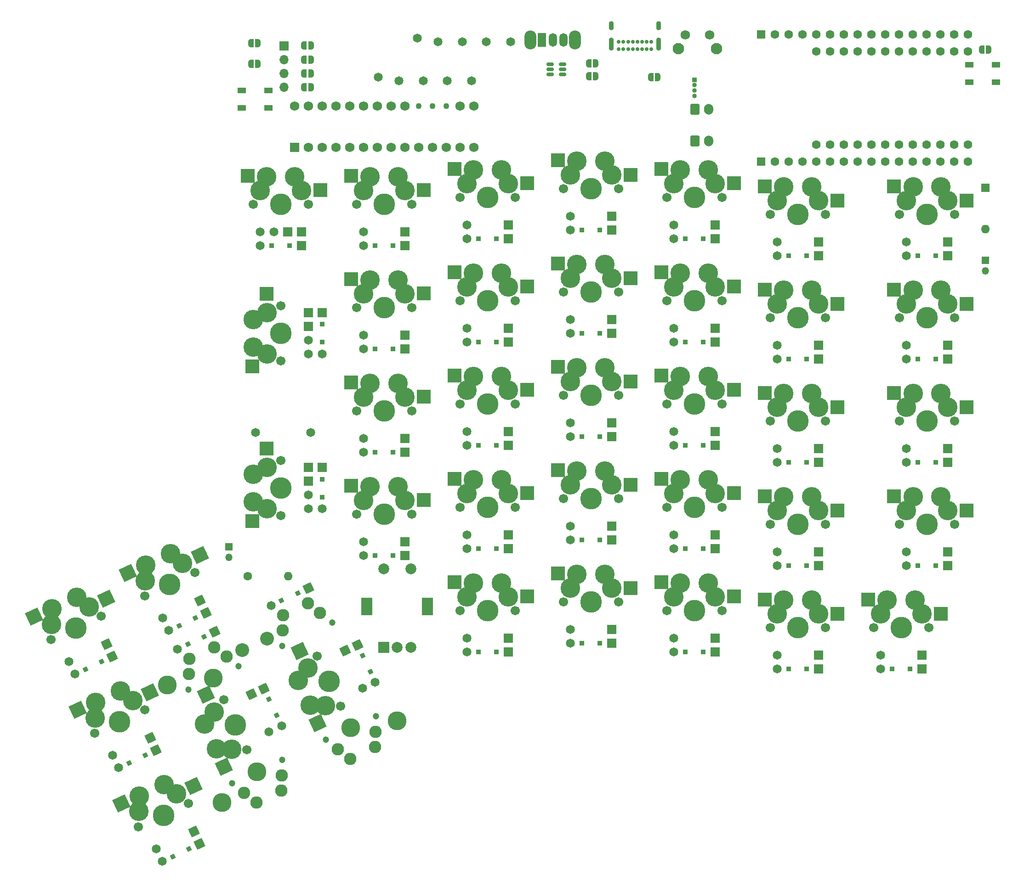
<source format=gbs>
%TF.GenerationSoftware,KiCad,Pcbnew,(6.0.7)*%
%TF.CreationDate,2022-12-29T21:07:00-06:00*%
%TF.ProjectId,ErgoDOX,4572676f-444f-4582-9e6b-696361645f70,rev?*%
%TF.SameCoordinates,Original*%
%TF.FileFunction,Soldermask,Bot*%
%TF.FilePolarity,Negative*%
%FSLAX46Y46*%
G04 Gerber Fmt 4.6, Leading zero omitted, Abs format (unit mm)*
G04 Created by KiCad (PCBNEW (6.0.7)) date 2022-12-29 21:07:00*
%MOMM*%
%LPD*%
G01*
G04 APERTURE LIST*
G04 Aperture macros list*
%AMRoundRect*
0 Rectangle with rounded corners*
0 $1 Rounding radius*
0 $2 $3 $4 $5 $6 $7 $8 $9 X,Y pos of 4 corners*
0 Add a 4 corners polygon primitive as box body*
4,1,4,$2,$3,$4,$5,$6,$7,$8,$9,$2,$3,0*
0 Add four circle primitives for the rounded corners*
1,1,$1+$1,$2,$3*
1,1,$1+$1,$4,$5*
1,1,$1+$1,$6,$7*
1,1,$1+$1,$8,$9*
0 Add four rect primitives between the rounded corners*
20,1,$1+$1,$2,$3,$4,$5,0*
20,1,$1+$1,$4,$5,$6,$7,0*
20,1,$1+$1,$6,$7,$8,$9,0*
20,1,$1+$1,$8,$9,$2,$3,0*%
%AMRotRect*
0 Rectangle, with rotation*
0 The origin of the aperture is its center*
0 $1 length*
0 $2 width*
0 $3 Rotation angle, in degrees counterclockwise*
0 Add horizontal line*
21,1,$1,$2,0,0,$3*%
%AMFreePoly0*
4,1,22,0.500000,-0.750000,0.000000,-0.750000,0.000000,-0.745033,-0.079941,-0.743568,-0.215256,-0.701293,-0.333266,-0.622738,-0.424486,-0.514219,-0.481581,-0.384460,-0.499164,-0.250000,-0.500000,-0.250000,-0.500000,0.250000,-0.499164,0.250000,-0.499963,0.256109,-0.478152,0.396186,-0.417904,0.524511,-0.324060,0.630769,-0.204165,0.706417,-0.067858,0.745374,0.000000,0.744959,0.000000,0.750000,
0.500000,0.750000,0.500000,-0.750000,0.500000,-0.750000,$1*%
%AMFreePoly1*
4,1,20,0.000000,0.744959,0.073905,0.744508,0.209726,0.703889,0.328688,0.626782,0.421226,0.519385,0.479903,0.390333,0.500000,0.250000,0.500000,-0.250000,0.499851,-0.262216,0.476331,-0.402017,0.414519,-0.529596,0.319384,-0.634700,0.198574,-0.708877,0.061801,-0.746166,0.000000,-0.745033,0.000000,-0.750000,-0.500000,-0.750000,-0.500000,0.750000,0.000000,0.750000,0.000000,0.744959,
0.000000,0.744959,$1*%
G04 Aperture macros list end*
%ADD10C,1.701800*%
%ADD11C,3.987800*%
%ADD12C,3.600000*%
%ADD13R,2.550000X2.500000*%
%ADD14C,1.651000*%
%ADD15R,1.651000X1.651000*%
%ADD16R,0.838200X0.838200*%
%ADD17R,2.500000X2.550000*%
%ADD18RotRect,2.550000X2.500000X115.000000*%
%ADD19RotRect,1.651000X1.651000X115.000000*%
%ADD20RotRect,0.838200X0.838200X115.000000*%
%ADD21RotRect,2.550000X2.500000X25.000000*%
%ADD22RotRect,1.651000X1.651000X25.000000*%
%ADD23RotRect,0.838200X0.838200X25.000000*%
%ADD24C,1.193800*%
%ADD25C,2.286000*%
%ADD26C,3.479800*%
%ADD27C,2.540000*%
%ADD28C,2.100000*%
%ADD29C,1.750000*%
%ADD30R,1.600000X1.600000*%
%ADD31O,1.600000X1.600000*%
%ADD32R,1.700000X1.700000*%
%ADD33O,1.700000X1.700000*%
%ADD34C,1.600000*%
%ADD35R,2.000000X2.000000*%
%ADD36C,2.000000*%
%ADD37R,2.000000X3.200000*%
%ADD38RoundRect,0.250000X-0.600000X-0.750000X0.600000X-0.750000X0.600000X0.750000X-0.600000X0.750000X0*%
%ADD39O,1.700000X2.000000*%
%ADD40C,0.700000*%
%ADD41O,0.900000X1.700000*%
%ADD42O,0.900000X2.400000*%
%ADD43R,1.350000X1.350000*%
%ADD44O,1.350000X1.350000*%
%ADD45R,0.850000X0.850000*%
%ADD46O,0.850000X0.850000*%
%ADD47C,1.092200*%
%ADD48R,1.752600X1.752600*%
%ADD49C,1.752600*%
%ADD50O,2.200000X3.500000*%
%ADD51R,1.500000X2.500000*%
%ADD52O,1.500000X2.500000*%
%ADD53FreePoly0,0.000000*%
%ADD54FreePoly1,0.000000*%
%ADD55R,1.500000X1.000000*%
%ADD56FreePoly0,180.000000*%
%ADD57FreePoly1,180.000000*%
%ADD58RoundRect,0.150000X-0.512500X-0.150000X0.512500X-0.150000X0.512500X0.150000X-0.512500X0.150000X0*%
G04 APERTURE END LIST*
D10*
%TO.C,SW5:13*%
X186372500Y-67005200D03*
X196532500Y-67005200D03*
D11*
X191452500Y-67005200D03*
D12*
X195262500Y-64465200D03*
D13*
X198752500Y-64455200D03*
D12*
X193992500Y-61925200D03*
D13*
X185352500Y-61805200D03*
D12*
X188902500Y-61955200D03*
X187642500Y-64465200D03*
D14*
X187642500Y-72085200D03*
X187642500Y-74625200D03*
D15*
X195262500Y-74625200D03*
X195262500Y-72085200D03*
D16*
X193116200Y-74625200D03*
X189788800Y-74625200D03*
%TD*%
D10*
%TO.C,SW4:13*%
X186372500Y-86052660D03*
X196532500Y-86052660D03*
D11*
X191452500Y-86052660D03*
D12*
X195262500Y-83512660D03*
D13*
X198752500Y-83502660D03*
D12*
X193992500Y-80972660D03*
D13*
X185352500Y-80852660D03*
D12*
X188902500Y-81002660D03*
X187642500Y-83512660D03*
D14*
X187642500Y-91132660D03*
X187642500Y-93672660D03*
D15*
X195262500Y-93672660D03*
X195262500Y-91132660D03*
D16*
X193116200Y-93672660D03*
X189788800Y-93672660D03*
%TD*%
D10*
%TO.C,SW3:13*%
X186372500Y-105102660D03*
X196532500Y-105102660D03*
D11*
X191452500Y-105102660D03*
D12*
X195262500Y-102562660D03*
D13*
X198752500Y-102552660D03*
D12*
X193992500Y-100022660D03*
D13*
X185352500Y-99902660D03*
D12*
X188902500Y-100052660D03*
X187642500Y-102562660D03*
D14*
X187642500Y-110182660D03*
X187642500Y-112722660D03*
D15*
X195262500Y-112722660D03*
X195262500Y-110182660D03*
D16*
X193116200Y-112722660D03*
X189788800Y-112722660D03*
%TD*%
D10*
%TO.C,SW2:13*%
X186372500Y-124152660D03*
X196532500Y-124152660D03*
D11*
X191452500Y-124152660D03*
D12*
X195262500Y-121612660D03*
D13*
X198752500Y-121602660D03*
D12*
X193992500Y-119072660D03*
D13*
X185352500Y-118952660D03*
D12*
X188902500Y-119102660D03*
X187642500Y-121612660D03*
D14*
X187642500Y-129232660D03*
X187642500Y-131772660D03*
D15*
X195262500Y-131772660D03*
X195262500Y-129232660D03*
D16*
X193116200Y-131772660D03*
X189788800Y-131772660D03*
%TD*%
D11*
%TO.C,SW1:13*%
X186690000Y-143202660D03*
D10*
X181610000Y-143202660D03*
X191770000Y-143202660D03*
D12*
X189230000Y-138122660D03*
D13*
X193990000Y-140652660D03*
D12*
X190500000Y-140662660D03*
X182880000Y-140662660D03*
D13*
X180590000Y-138002660D03*
D12*
X184140000Y-138152660D03*
D14*
X182880000Y-148282660D03*
X182880000Y-150822660D03*
D15*
X190500000Y-148282660D03*
X190500000Y-150822660D03*
D16*
X185026300Y-150822660D03*
X188353700Y-150822660D03*
%TD*%
D10*
%TO.C,SW1:10*%
X134620000Y-138430000D03*
D11*
X129540000Y-138430000D03*
D10*
X124460000Y-138430000D03*
D13*
X136840000Y-135880000D03*
D12*
X132080000Y-133350000D03*
X133350000Y-135890000D03*
X126990000Y-133380000D03*
D13*
X123440000Y-133230000D03*
D12*
X125730000Y-135890000D03*
D14*
X125730000Y-143510000D03*
X125730000Y-146050000D03*
D15*
X133350000Y-146050000D03*
X133350000Y-143510000D03*
D16*
X131203700Y-146050000D03*
X127876300Y-146050000D03*
%TD*%
D10*
%TO.C,SW1:9*%
X115570000Y-140027660D03*
D11*
X110490000Y-140027660D03*
D10*
X105410000Y-140027660D03*
D12*
X113030000Y-134947660D03*
D13*
X117790000Y-137477660D03*
D12*
X114300000Y-137487660D03*
X106680000Y-137487660D03*
D13*
X104390000Y-134827660D03*
D12*
X107940000Y-134977660D03*
D14*
X106680000Y-145107660D03*
X106680000Y-147647660D03*
D15*
X114300000Y-145107660D03*
X114300000Y-147647660D03*
D16*
X108826300Y-147647660D03*
X112153700Y-147647660D03*
%TD*%
D10*
%TO.C,SW2:10*%
X134620000Y-119380000D03*
D11*
X129540000Y-119380000D03*
D10*
X124460000Y-119380000D03*
D12*
X132080000Y-114300000D03*
X133350000Y-116840000D03*
D13*
X136840000Y-116830000D03*
D12*
X125730000Y-116840000D03*
X126990000Y-114330000D03*
D13*
X123440000Y-114180000D03*
D14*
X125730000Y-124460000D03*
X125730000Y-127000000D03*
D15*
X133350000Y-124460000D03*
X133350000Y-127000000D03*
D16*
X131203700Y-127000000D03*
X127876300Y-127000000D03*
%TD*%
D11*
%TO.C,SW2:9*%
X110490000Y-120977660D03*
D10*
X115570000Y-120977660D03*
X105410000Y-120977660D03*
D13*
X117790000Y-118427660D03*
D12*
X114300000Y-118437660D03*
X113030000Y-115897660D03*
X106680000Y-118437660D03*
X107940000Y-115927660D03*
D13*
X104390000Y-115777660D03*
D14*
X106680000Y-126057660D03*
X106680000Y-128597660D03*
D15*
X114300000Y-128597660D03*
X114300000Y-126057660D03*
D16*
X108826300Y-128597660D03*
X112153700Y-128597660D03*
%TD*%
D10*
%TO.C,SW2:7*%
X72390000Y-112405160D03*
D11*
X72390000Y-117485160D03*
D10*
X72390000Y-122565160D03*
D17*
X69840000Y-110185160D03*
D12*
X67310000Y-114945160D03*
X69850000Y-113675160D03*
X69850000Y-121295160D03*
X67340000Y-120035160D03*
D17*
X67190000Y-123585160D03*
D14*
X77470000Y-121295160D03*
X80010000Y-121295160D03*
D15*
X77470000Y-113675160D03*
X80010000Y-113675160D03*
D16*
X80010000Y-115821460D03*
X80010000Y-119148860D03*
%TD*%
D10*
%TO.C,SW3:11*%
X143510000Y-101927660D03*
X153670000Y-101927660D03*
D11*
X148590000Y-101927660D03*
D13*
X155890000Y-99377660D03*
D12*
X152400000Y-99387660D03*
X151130000Y-96847660D03*
X144780000Y-99387660D03*
X146040000Y-96877660D03*
D13*
X142490000Y-96727660D03*
D14*
X144780000Y-109547660D03*
X144780000Y-107007660D03*
D15*
X152400000Y-107007660D03*
X152400000Y-109547660D03*
D16*
X146926300Y-109547660D03*
X150253700Y-109547660D03*
%TD*%
D10*
%TO.C,SW3:10*%
X124460000Y-100330000D03*
X134620000Y-100330000D03*
D11*
X129540000Y-100330000D03*
D12*
X133350000Y-97790000D03*
D13*
X136840000Y-97780000D03*
D12*
X132080000Y-95250000D03*
X126990000Y-95280000D03*
D13*
X123440000Y-95130000D03*
D12*
X125730000Y-97790000D03*
D14*
X125730000Y-107950000D03*
X125730000Y-105410000D03*
D15*
X133350000Y-107950000D03*
X133350000Y-105410000D03*
D16*
X127876300Y-107950000D03*
X131203700Y-107950000D03*
%TD*%
D11*
%TO.C,SW3:9*%
X110490000Y-101927660D03*
D10*
X105410000Y-101927660D03*
X115570000Y-101927660D03*
D13*
X117790000Y-99377660D03*
D12*
X114300000Y-99387660D03*
X113030000Y-96847660D03*
X106680000Y-99387660D03*
D13*
X104390000Y-96727660D03*
D12*
X107940000Y-96877660D03*
D14*
X106680000Y-109547660D03*
X106680000Y-107007660D03*
D15*
X114300000Y-107007660D03*
X114300000Y-109547660D03*
D16*
X112153700Y-109547660D03*
X108826300Y-109547660D03*
%TD*%
D11*
%TO.C,SW3:8*%
X91440000Y-103197660D03*
D10*
X86360000Y-103197660D03*
X96520000Y-103197660D03*
D13*
X98740000Y-100647660D03*
D12*
X95250000Y-100657660D03*
X93980000Y-98117660D03*
X88890000Y-98147660D03*
X87630000Y-100657660D03*
D13*
X85340000Y-97997660D03*
D14*
X87630000Y-108277660D03*
X87630000Y-110817660D03*
D15*
X95250000Y-108277660D03*
X95250000Y-110817660D03*
D16*
X93103700Y-110817660D03*
X89776300Y-110817660D03*
%TD*%
D10*
%TO.C,SW4:12*%
X162560000Y-86052660D03*
D11*
X167640000Y-86052660D03*
D10*
X172720000Y-86052660D03*
D12*
X170180000Y-80972660D03*
X171450000Y-83512660D03*
D13*
X174940000Y-83502660D03*
D12*
X165090000Y-81002660D03*
X163830000Y-83512660D03*
D13*
X161540000Y-80852660D03*
D14*
X163830000Y-93672660D03*
X163830000Y-91132660D03*
D15*
X171450000Y-93672660D03*
X171450000Y-91132660D03*
D16*
X165976300Y-93672660D03*
X169303700Y-93672660D03*
%TD*%
D10*
%TO.C,SW4:11*%
X143510000Y-82877660D03*
X153670000Y-82877660D03*
D11*
X148590000Y-82877660D03*
D12*
X152400000Y-80337660D03*
D13*
X155890000Y-80327660D03*
D12*
X151130000Y-77797660D03*
D13*
X142490000Y-77677660D03*
D12*
X144780000Y-80337660D03*
X146040000Y-77827660D03*
D14*
X144780000Y-90497660D03*
X144780000Y-87957660D03*
D15*
X152400000Y-87957660D03*
X152400000Y-90497660D03*
D16*
X150253700Y-90497660D03*
X146926300Y-90497660D03*
%TD*%
D10*
%TO.C,SW4:10*%
X124460000Y-81280000D03*
D11*
X129540000Y-81280000D03*
D10*
X134620000Y-81280000D03*
D12*
X133350000Y-78740000D03*
X132080000Y-76200000D03*
D13*
X136840000Y-78730000D03*
D12*
X126990000Y-76230000D03*
X125730000Y-78740000D03*
D13*
X123440000Y-76080000D03*
D14*
X125730000Y-88900000D03*
X125730000Y-86360000D03*
D15*
X133350000Y-86360000D03*
X133350000Y-88900000D03*
D16*
X131203700Y-88900000D03*
X127876300Y-88900000D03*
%TD*%
D10*
%TO.C,SW4:9*%
X105410000Y-82877660D03*
D11*
X110490000Y-82877660D03*
D10*
X115570000Y-82877660D03*
D13*
X117790000Y-80327660D03*
D12*
X114300000Y-80337660D03*
X113030000Y-77797660D03*
X107940000Y-77827660D03*
D13*
X104390000Y-77677660D03*
D12*
X106680000Y-80337660D03*
D14*
X106680000Y-87957660D03*
X106680000Y-90497660D03*
D15*
X114300000Y-87957660D03*
X114300000Y-90497660D03*
D16*
X112153700Y-90497660D03*
X108826300Y-90497660D03*
%TD*%
D10*
%TO.C,SW4:8*%
X96520000Y-84147660D03*
X86360000Y-84147660D03*
D11*
X91440000Y-84147660D03*
D12*
X95250000Y-81607660D03*
X93980000Y-79067660D03*
D13*
X98740000Y-81597660D03*
D12*
X88890000Y-79097660D03*
D13*
X85340000Y-78947660D03*
D12*
X87630000Y-81607660D03*
D14*
X87630000Y-91767660D03*
X87630000Y-89227660D03*
D15*
X95250000Y-89227660D03*
X95250000Y-91767660D03*
D16*
X93103700Y-91767660D03*
X89776300Y-91767660D03*
%TD*%
D11*
%TO.C,SW4:7*%
X72390000Y-88910160D03*
D10*
X72390000Y-83830160D03*
X72390000Y-93990160D03*
D12*
X67310000Y-86370160D03*
X69850000Y-85100160D03*
D17*
X69840000Y-81610160D03*
X67190000Y-95010160D03*
D12*
X67340000Y-91460160D03*
X69850000Y-92720160D03*
D14*
X80010000Y-92720160D03*
X77470000Y-92720160D03*
D15*
X80010000Y-85100160D03*
X77470000Y-85100160D03*
D16*
X80010000Y-90573860D03*
X80010000Y-87246460D03*
%TD*%
D11*
%TO.C,SW0:10*%
X81302860Y-153065480D03*
D10*
X83449761Y-157669524D03*
X79155959Y-148461436D03*
D18*
X75906662Y-147527110D03*
D12*
X75625366Y-152910359D03*
X77390663Y-150685898D03*
X80611014Y-157591963D03*
X77803682Y-157510787D03*
D18*
X79168031Y-160791572D03*
D14*
X87517079Y-154371612D03*
X89819101Y-153298162D03*
D19*
X86598750Y-146392096D03*
X84296728Y-147465547D03*
D20*
X87505815Y-148337305D03*
X88912035Y-151352953D03*
%TD*%
D10*
%TO.C,SW0:12*%
X46195956Y-179946901D03*
D11*
X50800000Y-177800000D03*
D10*
X55404044Y-175653099D03*
D12*
X50955121Y-172122506D03*
D21*
X56338370Y-172403802D03*
D12*
X53179582Y-173887803D03*
D21*
X43073908Y-175665171D03*
D12*
X46273517Y-177108154D03*
X46354693Y-174300822D03*
D14*
X49493868Y-184014219D03*
X50567318Y-186316241D03*
D22*
X56399933Y-180793868D03*
X57473384Y-183095890D03*
D23*
X55528175Y-184002955D03*
X52512527Y-185409175D03*
%TD*%
D11*
%TO.C,SW0:11*%
X64038480Y-161117280D03*
D10*
X61891579Y-156513236D03*
X66185381Y-165721324D03*
D12*
X58360986Y-160962159D03*
X60126283Y-158737698D03*
D18*
X58642282Y-155578910D03*
D12*
X60539302Y-165562587D03*
D18*
X61903651Y-168843372D03*
D12*
X63346634Y-165643763D03*
D14*
X72554721Y-161349962D03*
X70252699Y-162423412D03*
D19*
X69334370Y-154443896D03*
X67032348Y-155517347D03*
D20*
X71647655Y-159404753D03*
X70241435Y-156389105D03*
%TD*%
D10*
%TO.C,SW0:9*%
X47352244Y-158386179D03*
D11*
X42748200Y-160533080D03*
D10*
X38144156Y-162679981D03*
D12*
X45127782Y-156620883D03*
D21*
X48286570Y-155136882D03*
D12*
X42903321Y-154855586D03*
D21*
X35022108Y-158398251D03*
D12*
X38302893Y-157033902D03*
X38221717Y-159841234D03*
D14*
X41442068Y-166747299D03*
X42515518Y-169049321D03*
D22*
X48348133Y-163526948D03*
X49421584Y-165828970D03*
D23*
X47476375Y-166736035D03*
X44460727Y-168142255D03*
%TD*%
D10*
%TO.C,SW0:7*%
X30094896Y-145415601D03*
X39302984Y-141121799D03*
D11*
X34698940Y-143268700D03*
D12*
X37078522Y-139356503D03*
D21*
X40237310Y-137872502D03*
D12*
X34854061Y-137591206D03*
D21*
X26972848Y-141133871D03*
D12*
X30253633Y-139769522D03*
X30172457Y-142576854D03*
D14*
X33392808Y-149482919D03*
X34466258Y-151784941D03*
D22*
X41372324Y-148564590D03*
X40298873Y-146262568D03*
D23*
X36411467Y-150877875D03*
X39427115Y-149471655D03*
%TD*%
D11*
%TO.C,SW1:11*%
X148590000Y-140027660D03*
D10*
X153670000Y-140027660D03*
X143510000Y-140027660D03*
D12*
X151130000Y-134947660D03*
X152400000Y-137487660D03*
D13*
X155890000Y-137477660D03*
X142490000Y-134827660D03*
D12*
X144780000Y-137487660D03*
X146040000Y-134977660D03*
D14*
X144780000Y-145107660D03*
X144780000Y-147647660D03*
D15*
X152400000Y-145107660D03*
X152400000Y-147647660D03*
D16*
X146926300Y-147647660D03*
X150253700Y-147647660D03*
%TD*%
D10*
%TO.C,SW0:8*%
X47359276Y-137366341D03*
D11*
X51963320Y-135219440D03*
D10*
X56567364Y-133072539D03*
D12*
X52118441Y-129541946D03*
X54342902Y-131307243D03*
D21*
X57501690Y-129823242D03*
D12*
X47436837Y-134527594D03*
D21*
X44237228Y-133084611D03*
D12*
X47518013Y-131720262D03*
D14*
X51730638Y-143735681D03*
X50657188Y-141433659D03*
D22*
X57563253Y-138213308D03*
X58636704Y-140515330D03*
D23*
X56691495Y-141422395D03*
X53675847Y-142828615D03*
%TD*%
D14*
%TO.C,LED_C1*%
X77470000Y-118755160D03*
D15*
X77470000Y-116215160D03*
%TD*%
D14*
%TO.C,LED_B1*%
X77470000Y-90180160D03*
D15*
X77470000Y-87640160D03*
%TD*%
D14*
%TO.C,LED_A1*%
X71120000Y-70180200D03*
D15*
X73660000Y-70180200D03*
%TD*%
D14*
%TO.C,RC1*%
X105827102Y-35142898D03*
X98642898Y-42327102D03*
%TD*%
%TO.C,RA1*%
X97572102Y-34507898D03*
X90387898Y-41692102D03*
%TD*%
%TO.C,RB1*%
X101382102Y-35142898D03*
X94197898Y-42327102D03*
%TD*%
%TO.C,R1*%
X107532898Y-42327102D03*
X114717102Y-35142898D03*
%TD*%
%TO.C,R2*%
X103087898Y-42327102D03*
X110272102Y-35142898D03*
%TD*%
D10*
%TO.C,SW5:9*%
X105410000Y-63827660D03*
X115570000Y-63827660D03*
D11*
X110490000Y-63827660D03*
D13*
X117790000Y-61277660D03*
D12*
X114300000Y-61287660D03*
X113030000Y-58747660D03*
X106680000Y-61287660D03*
X107940000Y-58777660D03*
D13*
X104390000Y-58627660D03*
D14*
X106680000Y-71447660D03*
X106680000Y-68907660D03*
D15*
X114300000Y-68907660D03*
X114300000Y-71447660D03*
D16*
X108826300Y-71447660D03*
X112153700Y-71447660D03*
%TD*%
D11*
%TO.C,SW5:10*%
X129540000Y-62230000D03*
D10*
X124460000Y-62230000D03*
X134620000Y-62230000D03*
D13*
X136840000Y-59680000D03*
D12*
X132080000Y-57150000D03*
X133350000Y-59690000D03*
X126990000Y-57180000D03*
X125730000Y-59690000D03*
D13*
X123440000Y-57030000D03*
D14*
X125730000Y-67310000D03*
X125730000Y-69850000D03*
D15*
X133350000Y-69850000D03*
X133350000Y-67310000D03*
D16*
X131203700Y-69850000D03*
X127876300Y-69850000D03*
%TD*%
D10*
%TO.C,SW5:11*%
X153670000Y-63827660D03*
X143510000Y-63827660D03*
D11*
X148590000Y-63827660D03*
D12*
X151130000Y-58747660D03*
D13*
X155890000Y-61277660D03*
D12*
X152400000Y-61287660D03*
D13*
X142490000Y-58627660D03*
D12*
X144780000Y-61287660D03*
X146040000Y-58777660D03*
D14*
X144780000Y-68907660D03*
X144780000Y-71447660D03*
D15*
X152400000Y-68907660D03*
X152400000Y-71447660D03*
D16*
X146926300Y-71447660D03*
X150253700Y-71447660D03*
%TD*%
D10*
%TO.C,SW5:12*%
X172720000Y-67005200D03*
D11*
X167640000Y-67005200D03*
D10*
X162560000Y-67005200D03*
D12*
X171450000Y-64465200D03*
X170180000Y-61925200D03*
D13*
X174940000Y-64455200D03*
D12*
X165090000Y-61955200D03*
D13*
X161540000Y-61805200D03*
D12*
X163830000Y-64465200D03*
D14*
X163830000Y-72085200D03*
X163830000Y-74625200D03*
D15*
X171450000Y-72085200D03*
X171450000Y-74625200D03*
D16*
X169303700Y-74625200D03*
X165976300Y-74625200D03*
%TD*%
D11*
%TO.C,SW5:8*%
X91440000Y-65100200D03*
D10*
X86360000Y-65100200D03*
X96520000Y-65100200D03*
D12*
X93980000Y-60020200D03*
D13*
X98740000Y-62550200D03*
D12*
X95250000Y-62560200D03*
X88890000Y-60050200D03*
D13*
X85340000Y-59900200D03*
D12*
X87630000Y-62560200D03*
D14*
X87630000Y-70180200D03*
X87630000Y-72720200D03*
D15*
X95250000Y-72720200D03*
X95250000Y-70180200D03*
D16*
X89776300Y-72720200D03*
X93103700Y-72720200D03*
%TD*%
D10*
%TO.C,SW5:7*%
X67310000Y-65100200D03*
X77470000Y-65100200D03*
D11*
X72390000Y-65100200D03*
D12*
X74930000Y-60020200D03*
D13*
X79690000Y-62550200D03*
D12*
X76200000Y-62560200D03*
D13*
X66290000Y-59900200D03*
D12*
X69840000Y-60050200D03*
X68580000Y-62560200D03*
D14*
X68580000Y-72720200D03*
X68580000Y-70180200D03*
D15*
X76200000Y-70180200D03*
X76200000Y-72720200D03*
D16*
X74053700Y-72720200D03*
X70726300Y-72720200D03*
%TD*%
D10*
%TO.C,SW2:11*%
X153670000Y-120977660D03*
X143510000Y-120977660D03*
D11*
X148590000Y-120977660D03*
D12*
X152400000Y-118437660D03*
X151130000Y-115897660D03*
D13*
X155890000Y-118427660D03*
D12*
X144780000Y-118437660D03*
X146040000Y-115927660D03*
D13*
X142490000Y-115777660D03*
D14*
X144780000Y-126057660D03*
X144780000Y-128597660D03*
D15*
X152400000Y-126057660D03*
X152400000Y-128597660D03*
D16*
X150253700Y-128597660D03*
X146926300Y-128597660D03*
%TD*%
D10*
%TO.C,SW2:8*%
X86360000Y-122247660D03*
X96520000Y-122247660D03*
D11*
X91440000Y-122247660D03*
D13*
X98740000Y-119697660D03*
D12*
X95250000Y-119707660D03*
X93980000Y-117167660D03*
X87630000Y-119707660D03*
D13*
X85340000Y-117047660D03*
D12*
X88890000Y-117197660D03*
D14*
X87630000Y-127327660D03*
X87630000Y-129867660D03*
D15*
X95250000Y-129867660D03*
X95250000Y-127327660D03*
D16*
X93103700Y-129867660D03*
X89776300Y-129867660D03*
%TD*%
D10*
%TO.C,SW3:12*%
X162560000Y-105102660D03*
X172720000Y-105102660D03*
D11*
X167640000Y-105102660D03*
D12*
X170180000Y-100022660D03*
D13*
X174940000Y-102552660D03*
D12*
X171450000Y-102562660D03*
X165090000Y-100052660D03*
D13*
X161540000Y-99902660D03*
D12*
X163830000Y-102562660D03*
D14*
X163830000Y-112722660D03*
X163830000Y-110182660D03*
D15*
X171450000Y-110182660D03*
X171450000Y-112722660D03*
D16*
X169303700Y-112722660D03*
X165976300Y-112722660D03*
%TD*%
D10*
%TO.C,SW2:12*%
X172720000Y-124152660D03*
X162560000Y-124152660D03*
D11*
X167640000Y-124152660D03*
D13*
X174940000Y-121602660D03*
D12*
X171450000Y-121612660D03*
X170180000Y-119072660D03*
D13*
X161540000Y-118952660D03*
D12*
X165090000Y-119102660D03*
X163830000Y-121612660D03*
D14*
X163830000Y-129232660D03*
X163830000Y-131772660D03*
D15*
X171450000Y-129232660D03*
X171450000Y-131772660D03*
D16*
X169303700Y-131772660D03*
X165976300Y-131772660D03*
%TD*%
D10*
%TO.C,SW1:12*%
X162560000Y-143202660D03*
X172720000Y-143202660D03*
D11*
X167640000Y-143202660D03*
D12*
X170180000Y-138122660D03*
X171450000Y-140662660D03*
D13*
X174940000Y-140652660D03*
D12*
X165090000Y-138152660D03*
D13*
X161540000Y-138002660D03*
D12*
X163830000Y-140662660D03*
D14*
X163830000Y-150822660D03*
X163830000Y-148282660D03*
D15*
X171450000Y-150822660D03*
X171450000Y-148282660D03*
D16*
X165976300Y-150822660D03*
X169303700Y-150822660D03*
%TD*%
D24*
%TO.C,SX1:8*%
X81883544Y-142285119D03*
X72675456Y-146578921D03*
D25*
X77434621Y-138754526D03*
X79659082Y-140519823D03*
X72753017Y-143740174D03*
X72830577Y-140901427D03*
%TD*%
D24*
%TO.C,SX1:7*%
X55411076Y-154630721D03*
X64619164Y-150336919D03*
D26*
X60015120Y-152483820D03*
D25*
X60170241Y-146806326D03*
X62394702Y-148571623D03*
X55488637Y-151791974D03*
X55566197Y-148953227D03*
%TD*%
D26*
%TO.C,SX0:10*%
X85331300Y-161698940D03*
D24*
X89935344Y-159552039D03*
X80727256Y-163845841D03*
D25*
X82951718Y-165611137D03*
X85176179Y-167376434D03*
X89780223Y-165229533D03*
X89857783Y-162390786D03*
%TD*%
D24*
%TO.C,SX0:11*%
X63460336Y-171895101D03*
X72668424Y-167601299D03*
D26*
X68064380Y-169748200D03*
D25*
X65684798Y-173660397D03*
X67909259Y-175425694D03*
X72513303Y-173278793D03*
X72590863Y-170440046D03*
%TD*%
D14*
%TO.C,D1:8*%
X70605747Y-139135936D03*
D22*
X77511813Y-135915584D03*
D23*
X75566604Y-136822650D03*
X72550956Y-138228870D03*
%TD*%
D14*
%TO.C,D1:7*%
X53341367Y-147187736D03*
D22*
X60247433Y-143967384D03*
D23*
X58302224Y-144874450D03*
X55286576Y-146280670D03*
%TD*%
D26*
%TO.C,S1*%
X51511692Y-153786490D03*
D27*
X65323823Y-147345789D03*
D26*
X61602126Y-175425496D03*
%TD*%
D27*
%TO.C,S2*%
X69927083Y-145197966D03*
D26*
X93829648Y-160396270D03*
%TD*%
D28*
%TO.C,SW_RST1*%
X145689000Y-36399000D03*
X152699000Y-36399000D03*
D29*
X146939000Y-33909000D03*
X151439000Y-33909000D03*
%TD*%
D30*
%TO.C,D5*%
X202184000Y-62103000D03*
D31*
X202184000Y-69723000D03*
%TD*%
D32*
%TO.C,OL1*%
X73025000Y-35941000D03*
D33*
X73025000Y-38481000D03*
X73025000Y-41021000D03*
X73025000Y-43561000D03*
%TD*%
D30*
%TO.C,A1*%
X160909000Y-57296500D03*
D34*
X163449000Y-57296500D03*
X165989000Y-57296500D03*
X168529000Y-57296500D03*
X171069000Y-57296500D03*
X173609000Y-57296500D03*
X176149000Y-57296500D03*
X178689000Y-57296500D03*
X181229000Y-57296500D03*
X183769000Y-57296500D03*
X186309000Y-57296500D03*
X188849000Y-57296500D03*
X191389000Y-57296500D03*
X193929000Y-57296500D03*
X196469000Y-57296500D03*
X199009000Y-57296500D03*
X199009000Y-36976500D03*
X196469000Y-36976500D03*
X193929000Y-36976500D03*
X191389000Y-36976500D03*
X188849000Y-36976500D03*
X186309000Y-36976500D03*
X183769000Y-36976500D03*
X181229000Y-36976500D03*
X178689000Y-36976500D03*
X176149000Y-36976500D03*
X173609000Y-36976500D03*
X171069000Y-36976500D03*
%TD*%
D14*
%TO.C,R3*%
X77911475Y-107188000D03*
X67751477Y-107188000D03*
%TD*%
D34*
%TO.C,C1*%
X66294000Y-133731000D03*
D31*
X73794000Y-133731000D03*
%TD*%
D35*
%TO.C,SWRE1*%
X91353000Y-146823000D03*
D36*
X96353000Y-146823000D03*
X93853000Y-146823000D03*
D37*
X99453000Y-139323000D03*
X88253000Y-139323000D03*
D36*
X96353000Y-132323000D03*
X91353000Y-132323000D03*
%TD*%
D38*
%TO.C,J2*%
X148737000Y-53429000D03*
D39*
X151237000Y-53429000D03*
%TD*%
D40*
%TO.C,P1*%
X140643000Y-36537000D03*
X139793000Y-36537000D03*
X138943000Y-36537000D03*
X138093000Y-36537000D03*
X137243000Y-36537000D03*
X136393000Y-36537000D03*
X135543000Y-36537000D03*
X134693000Y-36537000D03*
X134693000Y-35187000D03*
X135543000Y-35187000D03*
X136393000Y-35187000D03*
X137243000Y-35187000D03*
X138093000Y-35187000D03*
X138943000Y-35187000D03*
X139793000Y-35187000D03*
X140643000Y-35187000D03*
D41*
X133343000Y-32177000D03*
D42*
X133343000Y-35557000D03*
D41*
X141993000Y-32177000D03*
D42*
X141993000Y-35557000D03*
%TD*%
D43*
%TO.C,J5*%
X62865000Y-128286000D03*
D44*
X62865000Y-130286000D03*
%TD*%
D45*
%TO.C,J1*%
X148590000Y-42164000D03*
D46*
X148590000Y-43164000D03*
X148590000Y-44164000D03*
X148590000Y-45164000D03*
%TD*%
D47*
%TO.C,U1*%
X100330000Y-46990000D03*
X97790000Y-46990000D03*
X102870000Y-46990000D03*
D48*
X74930000Y-54610000D03*
D49*
X77470000Y-54610000D03*
X80010000Y-54610000D03*
X82550000Y-54610000D03*
X85090000Y-54610000D03*
X87630000Y-54610000D03*
X90170000Y-54610000D03*
X92710000Y-54610000D03*
X95250000Y-54610000D03*
X97790000Y-54610000D03*
X100330000Y-54610000D03*
X102870000Y-54610000D03*
X105410000Y-54610000D03*
X107950000Y-54610000D03*
X107950000Y-46990000D03*
X105410000Y-46990000D03*
X95250000Y-46990000D03*
X92710000Y-46990000D03*
X90170000Y-46990000D03*
X87630000Y-46990000D03*
X85090000Y-46990000D03*
X82550000Y-46990000D03*
X80010000Y-46990000D03*
X77470000Y-46990000D03*
X74930000Y-46990000D03*
%TD*%
D43*
%TO.C,J4*%
X202184000Y-75438000D03*
D44*
X202184000Y-77438000D03*
%TD*%
D50*
%TO.C,BAT_SW1*%
X118423000Y-34798000D03*
X126623000Y-34798000D03*
D51*
X120523000Y-34798000D03*
D52*
X122523000Y-34798000D03*
X124523000Y-34798000D03*
%TD*%
D38*
%TO.C,J3*%
X148737000Y-47579000D03*
D39*
X151237000Y-47579000D03*
%TD*%
D53*
%TO.C,JP10*%
X76693000Y-38481000D03*
D54*
X77993000Y-38481000D03*
%TD*%
D53*
%TO.C,JP4*%
X66914000Y-39243000D03*
D54*
X68214000Y-39243000D03*
%TD*%
D14*
%TO.C,R3*%
X77911475Y-107188000D03*
X67751477Y-107188000D03*
%TD*%
D55*
%TO.C,D3*%
X204126000Y-39421000D03*
X204126000Y-42621000D03*
X199226000Y-42621000D03*
X199226000Y-39421000D03*
%TD*%
D53*
%TO.C,JP8*%
X76693000Y-35814000D03*
D54*
X77993000Y-35814000D03*
%TD*%
D56*
%TO.C,JP18*%
X130444000Y-41529000D03*
D57*
X129144000Y-41529000D03*
%TD*%
D30*
%TO.C,A2*%
X160909000Y-33782000D03*
D34*
X163449000Y-33782000D03*
X165989000Y-33782000D03*
X168529000Y-33782000D03*
X171069000Y-33782000D03*
X173609000Y-33782000D03*
X176149000Y-33782000D03*
X178689000Y-33782000D03*
X181229000Y-33782000D03*
X183769000Y-33782000D03*
X186309000Y-33782000D03*
X188849000Y-33782000D03*
X191389000Y-33782000D03*
X193929000Y-33782000D03*
X196469000Y-33782000D03*
X199009000Y-33782000D03*
X199009000Y-54102000D03*
X196469000Y-54102000D03*
X193929000Y-54102000D03*
X191389000Y-54102000D03*
X188849000Y-54102000D03*
X186309000Y-54102000D03*
X183769000Y-54102000D03*
X181229000Y-54102000D03*
X178689000Y-54102000D03*
X176149000Y-54102000D03*
X173609000Y-54102000D03*
X171069000Y-54102000D03*
%TD*%
D56*
%TO.C,JP2*%
X68214000Y-35433000D03*
D57*
X66914000Y-35433000D03*
%TD*%
D56*
%TO.C,JP16*%
X130444000Y-39116000D03*
D57*
X129144000Y-39116000D03*
%TD*%
D58*
%TO.C,U_ESD2*%
X122052500Y-41209000D03*
X122052500Y-40259000D03*
X122052500Y-39309000D03*
X124327500Y-39309000D03*
X124327500Y-40259000D03*
X124327500Y-41209000D03*
%TD*%
D53*
%TO.C,JP6*%
X201534000Y-36576000D03*
D54*
X202834000Y-36576000D03*
%TD*%
D55*
%TO.C,D1*%
X70141000Y-44120000D03*
X70141000Y-47320000D03*
X65241000Y-47320000D03*
X65241000Y-44120000D03*
%TD*%
D53*
%TO.C,JP14*%
X76693000Y-43561000D03*
D54*
X77993000Y-43561000D03*
%TD*%
D53*
%TO.C,JP20*%
X140574000Y-41656000D03*
D54*
X141874000Y-41656000D03*
%TD*%
D53*
%TO.C,JP12*%
X76693000Y-41021000D03*
D54*
X77993000Y-41021000D03*
%TD*%
M02*

</source>
